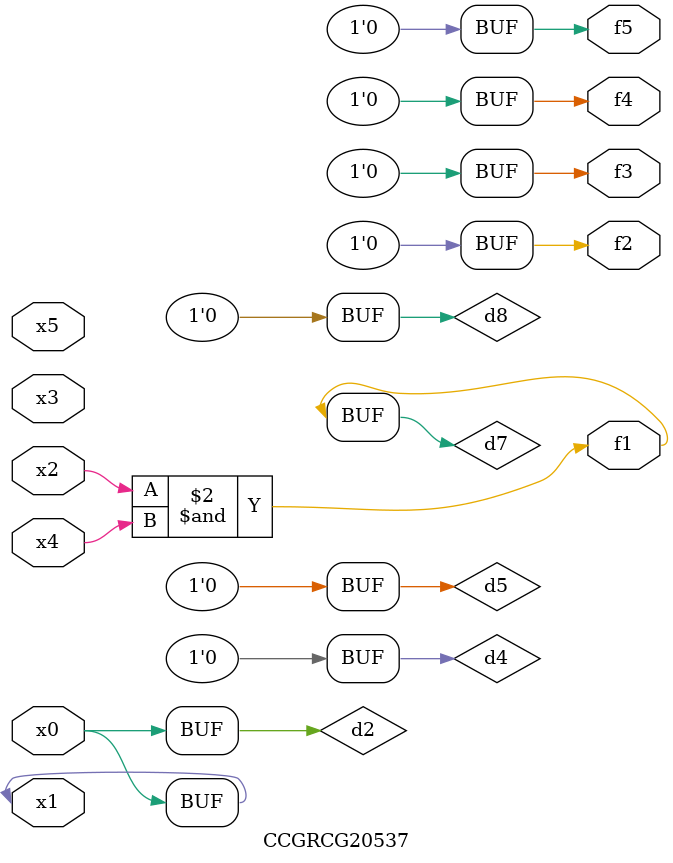
<source format=v>
module CCGRCG20537(
	input x0, x1, x2, x3, x4, x5,
	output f1, f2, f3, f4, f5
);

	wire d1, d2, d3, d4, d5, d6, d7, d8, d9;

	nand (d1, x1);
	buf (d2, x0, x1);
	nand (d3, x2, x4);
	and (d4, d1, d2);
	and (d5, d1, d2);
	nand (d6, d1, d3);
	not (d7, d3);
	xor (d8, d5);
	nor (d9, d5, d6);
	assign f1 = d7;
	assign f2 = d8;
	assign f3 = d8;
	assign f4 = d8;
	assign f5 = d8;
endmodule

</source>
